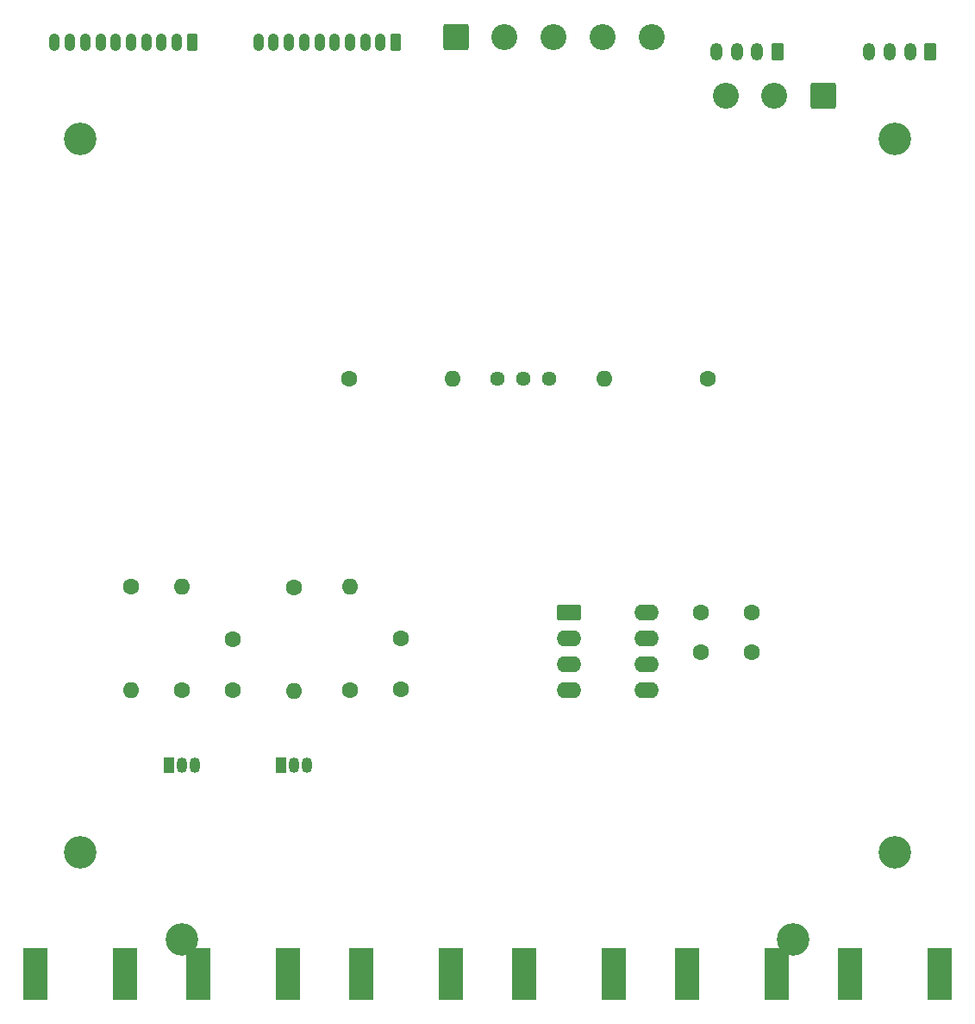
<source format=gbs>
G04 #@! TF.GenerationSoftware,KiCad,Pcbnew,9.0.0*
G04 #@! TF.CreationDate,2025-05-20T10:08:30-07:00*
G04 #@! TF.ProjectId,coil_tempeauture_interlock,636f696c-5f74-4656-9d70-656175747572,rev?*
G04 #@! TF.SameCoordinates,Original*
G04 #@! TF.FileFunction,Soldermask,Bot*
G04 #@! TF.FilePolarity,Negative*
%FSLAX46Y46*%
G04 Gerber Fmt 4.6, Leading zero omitted, Abs format (unit mm)*
G04 Created by KiCad (PCBNEW 9.0.0) date 2025-05-20 10:08:30*
%MOMM*%
%LPD*%
G01*
G04 APERTURE LIST*
G04 Aperture macros list*
%AMRoundRect*
0 Rectangle with rounded corners*
0 $1 Rounding radius*
0 $2 $3 $4 $5 $6 $7 $8 $9 X,Y pos of 4 corners*
0 Add a 4 corners polygon primitive as box body*
4,1,4,$2,$3,$4,$5,$6,$7,$8,$9,$2,$3,0*
0 Add four circle primitives for the rounded corners*
1,1,$1+$1,$2,$3*
1,1,$1+$1,$4,$5*
1,1,$1+$1,$6,$7*
1,1,$1+$1,$8,$9*
0 Add four rect primitives between the rounded corners*
20,1,$1+$1,$2,$3,$4,$5,0*
20,1,$1+$1,$4,$5,$6,$7,0*
20,1,$1+$1,$6,$7,$8,$9,0*
20,1,$1+$1,$8,$9,$2,$3,0*%
G04 Aperture macros list end*
%ADD10C,1.440000*%
%ADD11C,1.600000*%
%ADD12O,1.600000X1.600000*%
%ADD13R,2.420000X5.080000*%
%ADD14RoundRect,0.249999X-1.025001X-1.025001X1.025001X-1.025001X1.025001X1.025001X-1.025001X1.025001X0*%
%ADD15C,2.550000*%
%ADD16RoundRect,0.250000X0.265000X0.615000X-0.265000X0.615000X-0.265000X-0.615000X0.265000X-0.615000X0*%
%ADD17O,1.030000X1.730000*%
%ADD18C,3.200000*%
%ADD19RoundRect,0.250000X0.350000X0.625000X-0.350000X0.625000X-0.350000X-0.625000X0.350000X-0.625000X0*%
%ADD20O,1.200000X1.750000*%
%ADD21R,1.050000X1.500000*%
%ADD22O,1.050000X1.500000*%
%ADD23RoundRect,0.250000X-0.950000X-0.550000X0.950000X-0.550000X0.950000X0.550000X-0.950000X0.550000X0*%
%ADD24O,2.400000X1.600000*%
%ADD25RoundRect,0.249999X1.025001X1.025001X-1.025001X1.025001X-1.025001X-1.025001X1.025001X-1.025001X0*%
G04 APERTURE END LIST*
D10*
X156080000Y-88500000D03*
X153540000Y-88500000D03*
X151000000Y-88500000D03*
D11*
X136420000Y-88500000D03*
D12*
X146580000Y-88500000D03*
D13*
X185620000Y-146930000D03*
X194380000Y-146930000D03*
D14*
X146900000Y-55000000D03*
D15*
X151700000Y-55000000D03*
X156500000Y-55000000D03*
X161300000Y-55000000D03*
X166100000Y-55000000D03*
D16*
X141000000Y-55500000D03*
D17*
X139500000Y-55500000D03*
X138000000Y-55500000D03*
X136500000Y-55500000D03*
X135000000Y-55500000D03*
X133500000Y-55500000D03*
X132000000Y-55500000D03*
X130500000Y-55500000D03*
X129000000Y-55500000D03*
X127500000Y-55500000D03*
D11*
X171000000Y-115390000D03*
X176000000Y-115390000D03*
D18*
X190000000Y-135000000D03*
X110000000Y-65000000D03*
D13*
X137620000Y-146930000D03*
X146380000Y-146930000D03*
D19*
X178500000Y-56450000D03*
D20*
X176500000Y-56450000D03*
X174500000Y-56450000D03*
X172500000Y-56450000D03*
D11*
X125000000Y-119080000D03*
X125000000Y-114080000D03*
D18*
X190000000Y-65000000D03*
D21*
X118730000Y-126500000D03*
D22*
X120000000Y-126500000D03*
X121270000Y-126500000D03*
D18*
X110000000Y-135000000D03*
D11*
X115000000Y-108920000D03*
D12*
X115000000Y-119080000D03*
D11*
X131000000Y-109000000D03*
D12*
X131000000Y-119160000D03*
D11*
X120000000Y-119080000D03*
D12*
X120000000Y-108920000D03*
D18*
X180000000Y-143600000D03*
D11*
X141500000Y-119000000D03*
X141500000Y-114000000D03*
D13*
X121620000Y-146930000D03*
X130380000Y-146930000D03*
D23*
X158000000Y-111500000D03*
D24*
X158000000Y-114040000D03*
X158000000Y-116580000D03*
X158000000Y-119120000D03*
X165620000Y-119120000D03*
X165620000Y-116580000D03*
X165620000Y-114040000D03*
X165620000Y-111500000D03*
D16*
X121000000Y-55500000D03*
D17*
X119500000Y-55500000D03*
X118000000Y-55500000D03*
X116500000Y-55500000D03*
X115000000Y-55500000D03*
X113500000Y-55500000D03*
X112000000Y-55500000D03*
X110500000Y-55500000D03*
X109000000Y-55500000D03*
X107500000Y-55500000D03*
D25*
X183000000Y-60800000D03*
D15*
X178200000Y-60800000D03*
X173400000Y-60800000D03*
D13*
X153620000Y-146930000D03*
X162380000Y-146930000D03*
D18*
X120000000Y-143600000D03*
D19*
X193500000Y-56450000D03*
D20*
X191500000Y-56450000D03*
X189500000Y-56450000D03*
X187500000Y-56450000D03*
D13*
X169620000Y-146930000D03*
X178380000Y-146930000D03*
D11*
X136500000Y-119080000D03*
D12*
X136500000Y-108920000D03*
D11*
X171660000Y-88500000D03*
D12*
X161500000Y-88500000D03*
D11*
X171000000Y-111500000D03*
X176000000Y-111500000D03*
D21*
X129730000Y-126500000D03*
D22*
X131000000Y-126500000D03*
X132270000Y-126500000D03*
D13*
X105620000Y-146930000D03*
X114380000Y-146930000D03*
M02*

</source>
